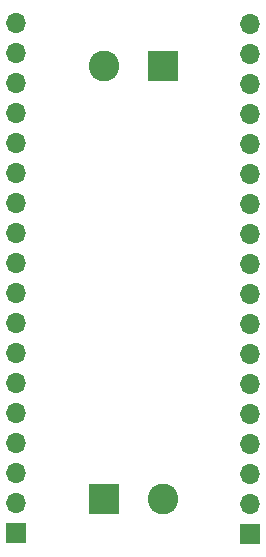
<source format=gbr>
%TF.GenerationSoftware,KiCad,Pcbnew,(6.0.6)*%
%TF.CreationDate,2022-06-28T18:53:51+02:00*%
%TF.ProjectId,thermocouples,74686572-6d6f-4636-9f75-706c65732e6b,rev?*%
%TF.SameCoordinates,Original*%
%TF.FileFunction,Soldermask,Bot*%
%TF.FilePolarity,Negative*%
%FSLAX46Y46*%
G04 Gerber Fmt 4.6, Leading zero omitted, Abs format (unit mm)*
G04 Created by KiCad (PCBNEW (6.0.6)) date 2022-06-28 18:53:51*
%MOMM*%
%LPD*%
G01*
G04 APERTURE LIST*
%ADD10R,2.600000X2.600000*%
%ADD11C,2.600000*%
%ADD12R,1.700000X1.700000*%
%ADD13O,1.700000X1.700000*%
G04 APERTURE END LIST*
D10*
%TO.C,J4*%
X104500000Y-84305000D03*
D11*
X109500000Y-84305000D03*
%TD*%
D12*
%TO.C,J2*%
X116875000Y-87275000D03*
D13*
X116875000Y-84735000D03*
X116875000Y-82195000D03*
X116875000Y-79655000D03*
X116875000Y-77115000D03*
X116875000Y-74575000D03*
X116875000Y-72035000D03*
X116875000Y-69495000D03*
X116875000Y-66955000D03*
X116875000Y-64415000D03*
X116875000Y-61875000D03*
X116875000Y-59335000D03*
X116875000Y-56795000D03*
X116875000Y-54255000D03*
X116875000Y-51715000D03*
X116875000Y-49175000D03*
X116875000Y-46635000D03*
X116875000Y-44095000D03*
%TD*%
D10*
%TO.C,J3*%
X109500000Y-47695000D03*
D11*
X104500000Y-47695000D03*
%TD*%
D12*
%TO.C,J1*%
X97115000Y-87225000D03*
D13*
X97115000Y-84685000D03*
X97115000Y-82145000D03*
X97115000Y-79605000D03*
X97115000Y-77065000D03*
X97115000Y-74525000D03*
X97115000Y-71985000D03*
X97115000Y-69445000D03*
X97115000Y-66905000D03*
X97115000Y-64365000D03*
X97115000Y-61825000D03*
X97115000Y-59285000D03*
X97115000Y-56745000D03*
X97115000Y-54205000D03*
X97115000Y-51665000D03*
X97115000Y-49125000D03*
X97115000Y-46585000D03*
X97115000Y-44045000D03*
%TD*%
M02*

</source>
